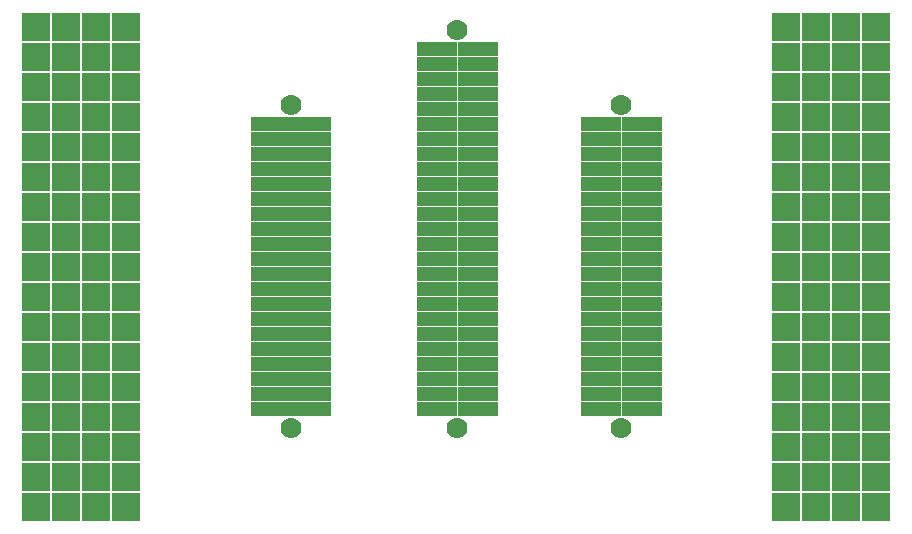
<source format=gts>
G04 #@! TF.FileFunction,Soldermask,Top*
%FSLAX46Y46*%
G04 Gerber Fmt 4.6, Leading zero omitted, Abs format (unit mm)*
G04 Created by KiCad (PCBNEW 4.0.4-stable) date 07/30/19 10:08:17*
%MOMM*%
%LPD*%
G01*
G04 APERTURE LIST*
%ADD10C,0.150000*%
%ADD11R,2.407920X2.407920*%
%ADD12R,3.428000X1.248000*%
%ADD13C,1.778000*%
G04 APERTURE END LIST*
D10*
D11*
X104140000Y-43180000D03*
X106680000Y-43180000D03*
X109220000Y-43180000D03*
X111760000Y-43180000D03*
X104140000Y-45720000D03*
X106680000Y-45720000D03*
X109220000Y-45720000D03*
X111760000Y-45720000D03*
X104140000Y-48260000D03*
X106680000Y-48260000D03*
X109220000Y-48260000D03*
X111760000Y-48260000D03*
X104140000Y-50800000D03*
X106680000Y-50800000D03*
X109220000Y-50800000D03*
X111760000Y-50800000D03*
X104140000Y-53340000D03*
X106680000Y-53340000D03*
X109220000Y-53340000D03*
X111760000Y-53340000D03*
X104140000Y-55880000D03*
X106680000Y-55880000D03*
X109220000Y-55880000D03*
X111760000Y-55880000D03*
X104140000Y-58420000D03*
X106680000Y-58420000D03*
X109220000Y-58420000D03*
X111760000Y-58420000D03*
X104140000Y-60960000D03*
X106680000Y-60960000D03*
X109220000Y-60960000D03*
X111760000Y-60960000D03*
X104140000Y-63500000D03*
X106680000Y-63500000D03*
X109220000Y-63500000D03*
X111760000Y-63500000D03*
X104140000Y-66040000D03*
X106680000Y-66040000D03*
X109220000Y-66040000D03*
X111760000Y-66040000D03*
X104140000Y-68580000D03*
X106680000Y-68580000D03*
X109220000Y-68580000D03*
X111760000Y-68580000D03*
X104140000Y-71120000D03*
X106680000Y-71120000D03*
X109220000Y-71120000D03*
X111760000Y-71120000D03*
X104140000Y-73660000D03*
X106680000Y-73660000D03*
X109220000Y-73660000D03*
X111760000Y-73660000D03*
X104140000Y-76200000D03*
X106680000Y-76200000D03*
X109220000Y-76200000D03*
X111760000Y-76200000D03*
X104140000Y-78740000D03*
X106680000Y-78740000D03*
X109220000Y-78740000D03*
X111760000Y-78740000D03*
X40640000Y-78740000D03*
X43180000Y-78740000D03*
X45720000Y-78740000D03*
X48260000Y-78740000D03*
X40640000Y-76200000D03*
X43180000Y-76200000D03*
X45720000Y-76200000D03*
X48260000Y-76200000D03*
X40640000Y-73660000D03*
X43180000Y-73660000D03*
X45720000Y-73660000D03*
X48260000Y-73660000D03*
X40640000Y-71120000D03*
X43180000Y-71120000D03*
X45720000Y-71120000D03*
X48260000Y-71120000D03*
X40640000Y-68580000D03*
X43180000Y-68580000D03*
X45720000Y-68580000D03*
X48260000Y-68580000D03*
X40640000Y-66040000D03*
X43180000Y-66040000D03*
X45720000Y-66040000D03*
X48260000Y-66040000D03*
X40640000Y-63500000D03*
X43180000Y-63500000D03*
X45720000Y-63500000D03*
X48260000Y-63500000D03*
X40640000Y-60960000D03*
X43180000Y-60960000D03*
X45720000Y-60960000D03*
X48260000Y-60960000D03*
X40640000Y-58420000D03*
X43180000Y-58420000D03*
X45720000Y-58420000D03*
X48260000Y-58420000D03*
X40640000Y-55880000D03*
X43180000Y-55880000D03*
X45720000Y-55880000D03*
X48260000Y-55880000D03*
X40640000Y-53340000D03*
X43180000Y-53340000D03*
X45720000Y-53340000D03*
X48260000Y-53340000D03*
X40640000Y-50800000D03*
X43180000Y-50800000D03*
X45720000Y-50800000D03*
X48260000Y-50800000D03*
X40640000Y-48260000D03*
X43180000Y-48260000D03*
X45720000Y-48260000D03*
X48260000Y-48260000D03*
X40640000Y-45720000D03*
X43180000Y-45720000D03*
X45720000Y-45720000D03*
X48260000Y-45720000D03*
X40640000Y-43180000D03*
X43180000Y-43180000D03*
X45720000Y-43180000D03*
X48260000Y-43180000D03*
X48260000Y-40640000D03*
X48260000Y-81280000D03*
X104140000Y-81280000D03*
X104140000Y-40640000D03*
X45720000Y-40640000D03*
X43180000Y-40640000D03*
X45720000Y-81280000D03*
X43180000Y-81280000D03*
X106680000Y-81280000D03*
X109220000Y-81280000D03*
X106680000Y-40640000D03*
X109220000Y-40640000D03*
X40640000Y-40640000D03*
X40640000Y-81280000D03*
X111760000Y-81280000D03*
X111760000Y-40640000D03*
D12*
X88485000Y-60290000D03*
X88485000Y-61560000D03*
X88485000Y-72990000D03*
D13*
X90200000Y-74577500D03*
X90200000Y-47272500D03*
D12*
X91915000Y-71720000D03*
X91915000Y-72990000D03*
X88485000Y-71720000D03*
X88485000Y-67910000D03*
X88485000Y-66640000D03*
X88485000Y-69180000D03*
X88485000Y-70450000D03*
X91915000Y-70450000D03*
X91915000Y-69180000D03*
X91915000Y-66640000D03*
X91915000Y-67910000D03*
X88485000Y-53940000D03*
X88485000Y-52670000D03*
X88485000Y-50130000D03*
X88485000Y-51400000D03*
X91915000Y-51400000D03*
X91915000Y-50130000D03*
X91915000Y-52670000D03*
X91915000Y-53940000D03*
X91915000Y-48860000D03*
X88485000Y-48860000D03*
X88485000Y-55210000D03*
X91915000Y-55210000D03*
X91915000Y-62830000D03*
X91915000Y-61560000D03*
X91915000Y-64100000D03*
X91915000Y-65370000D03*
X91915000Y-60290000D03*
X91915000Y-59020000D03*
X91915000Y-56480000D03*
X91915000Y-57750000D03*
X88485000Y-57750000D03*
X88485000Y-56480000D03*
X88485000Y-59020000D03*
X88485000Y-65370000D03*
X88485000Y-64100000D03*
X88485000Y-62830000D03*
X60510000Y-60290000D03*
X60510000Y-61560000D03*
X60510000Y-72990000D03*
D13*
X62225000Y-74577500D03*
X62225000Y-47272500D03*
D12*
X63940000Y-71720000D03*
X63940000Y-72990000D03*
X60510000Y-71720000D03*
X60510000Y-67910000D03*
X60510000Y-66640000D03*
X60510000Y-69180000D03*
X60510000Y-70450000D03*
X63940000Y-70450000D03*
X63940000Y-69180000D03*
X63940000Y-66640000D03*
X63940000Y-67910000D03*
X60510000Y-53940000D03*
X60510000Y-52670000D03*
X60510000Y-50130000D03*
X60510000Y-51400000D03*
X63940000Y-51400000D03*
X63940000Y-50130000D03*
X63940000Y-52670000D03*
X63940000Y-53940000D03*
X63940000Y-48860000D03*
X60510000Y-48860000D03*
X60510000Y-55210000D03*
X63940000Y-55210000D03*
X63940000Y-62830000D03*
X63940000Y-61560000D03*
X63940000Y-64100000D03*
X63940000Y-65370000D03*
X63940000Y-60290000D03*
X63940000Y-59020000D03*
X63940000Y-56480000D03*
X63940000Y-57750000D03*
X60510000Y-57750000D03*
X60510000Y-56480000D03*
X60510000Y-59020000D03*
X60510000Y-65370000D03*
X60510000Y-64100000D03*
X60510000Y-62830000D03*
X78040000Y-45040000D03*
X74610000Y-45040000D03*
X78040000Y-46310000D03*
X74610000Y-46310000D03*
X74610000Y-47580000D03*
X78040000Y-47580000D03*
X74610000Y-43770000D03*
X78040000Y-43770000D03*
X74610000Y-42500000D03*
X78040000Y-42500000D03*
D13*
X76325000Y-40912500D03*
D12*
X74610000Y-60280000D03*
X74610000Y-61550000D03*
X74610000Y-72980000D03*
D13*
X76325000Y-74567500D03*
D12*
X78040000Y-71710000D03*
X78040000Y-72980000D03*
X74610000Y-71710000D03*
X74610000Y-67900000D03*
X74610000Y-66630000D03*
X74610000Y-69170000D03*
X74610000Y-70440000D03*
X78040000Y-70440000D03*
X78040000Y-69170000D03*
X78040000Y-66630000D03*
X78040000Y-67900000D03*
X74610000Y-53930000D03*
X74610000Y-52660000D03*
X74610000Y-50120000D03*
X74610000Y-51390000D03*
X78040000Y-51390000D03*
X78040000Y-50120000D03*
X78040000Y-52660000D03*
X78040000Y-53930000D03*
X78040000Y-48850000D03*
X74610000Y-48850000D03*
X74610000Y-55200000D03*
X78040000Y-55200000D03*
X78040000Y-62820000D03*
X78040000Y-61550000D03*
X78040000Y-64090000D03*
X78040000Y-65360000D03*
X78040000Y-60280000D03*
X78040000Y-59010000D03*
X78040000Y-56470000D03*
X78040000Y-57740000D03*
X74610000Y-57740000D03*
X74610000Y-56470000D03*
X74610000Y-59010000D03*
X74610000Y-65360000D03*
X74610000Y-64090000D03*
X74610000Y-62820000D03*
M02*

</source>
